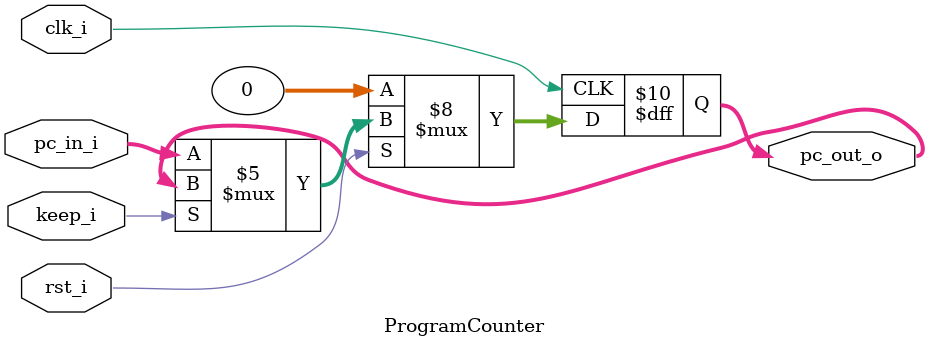
<source format=v>

module ProgramCounter(
    clk_i,
	rst_i,
	pc_in_i,
	keep_i,
	pc_out_o
	);
     
//I/O ports
input           clk_i;
input	        rst_i;
input  [32-1:0] pc_in_i;
input		keep_i;
output [32-1:0] pc_out_o;
 
//Internal Signals
reg    [32-1:0] pc_out_o;
 
//Parameter

    
//Main function
always @(posedge clk_i) begin
    if(rst_i == 0)
	    pc_out_o <= 0;
	else if(keep_i==1) pc_out_o <= pc_out_o;
	else
	    pc_out_o <= pc_in_i;
end

endmodule



                    
                    
</source>
